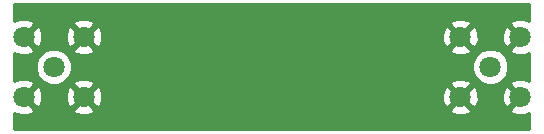
<source format=gbr>
G04 #@! TF.FileFunction,Copper,L2,Bot,Signal*
%FSLAX46Y46*%
G04 Gerber Fmt 4.6, Leading zero omitted, Abs format (unit mm)*
G04 Created by KiCad (PCBNEW 4.0.2-stable) date Mon Jul  4 17:55:20 2016*
%MOMM*%
G01*
G04 APERTURE LIST*
%ADD10C,0.100000*%
%ADD11C,1.800000*%
%ADD12C,0.600000*%
%ADD13C,0.254000*%
G04 APERTURE END LIST*
D10*
D11*
X135040000Y-105003600D03*
X132500000Y-107543600D03*
X132500000Y-102463600D03*
X137580000Y-102463600D03*
X137580000Y-107543600D03*
X172000000Y-105000000D03*
X174540000Y-102460000D03*
X174540000Y-107540000D03*
X169460000Y-107540000D03*
X169460000Y-102460000D03*
D12*
X152000000Y-102000000D03*
X157000000Y-102000000D03*
X155090000Y-104090000D03*
X155000000Y-110000000D03*
X153000000Y-110000000D03*
X153000000Y-108000000D03*
X141000000Y-108000000D03*
X147000000Y-108000000D03*
X151000000Y-108000000D03*
X156910000Y-104090000D03*
X161000000Y-108000000D03*
X167000000Y-108000000D03*
D13*
G36*
X175290000Y-101099888D02*
X174780664Y-100913542D01*
X174170540Y-100939161D01*
X173725852Y-101123357D01*
X173639446Y-101379841D01*
X174540000Y-102280395D01*
X174554143Y-102266253D01*
X174733748Y-102445858D01*
X174719605Y-102460000D01*
X174733748Y-102474143D01*
X174554143Y-102653748D01*
X174540000Y-102639605D01*
X173639446Y-103540159D01*
X173725852Y-103796643D01*
X174299336Y-104006458D01*
X174909460Y-103980839D01*
X175290000Y-103823214D01*
X175290000Y-106179888D01*
X174780664Y-105993542D01*
X174170540Y-106019161D01*
X173725852Y-106203357D01*
X173639446Y-106459841D01*
X174540000Y-107360395D01*
X174554143Y-107346253D01*
X174733748Y-107525858D01*
X174719605Y-107540000D01*
X174733748Y-107554143D01*
X174554143Y-107733748D01*
X174540000Y-107719605D01*
X173639446Y-108620159D01*
X173725852Y-108876643D01*
X174299336Y-109086458D01*
X174909460Y-109060839D01*
X175290000Y-108903214D01*
X175290000Y-110290000D01*
X131710000Y-110290000D01*
X131710000Y-108889078D01*
X132259336Y-109090058D01*
X132869460Y-109064439D01*
X133314148Y-108880243D01*
X133400554Y-108623759D01*
X136679446Y-108623759D01*
X136765852Y-108880243D01*
X137339336Y-109090058D01*
X137949460Y-109064439D01*
X138394148Y-108880243D01*
X138480554Y-108623759D01*
X138476954Y-108620159D01*
X168559446Y-108620159D01*
X168645852Y-108876643D01*
X169219336Y-109086458D01*
X169829460Y-109060839D01*
X170274148Y-108876643D01*
X170360554Y-108620159D01*
X169460000Y-107719605D01*
X168559446Y-108620159D01*
X138476954Y-108620159D01*
X137580000Y-107723205D01*
X136679446Y-108623759D01*
X133400554Y-108623759D01*
X132500000Y-107723205D01*
X132485858Y-107737348D01*
X132306253Y-107557743D01*
X132320395Y-107543600D01*
X132679605Y-107543600D01*
X133580159Y-108444154D01*
X133836643Y-108357748D01*
X134046458Y-107784264D01*
X134026248Y-107302936D01*
X136033542Y-107302936D01*
X136059161Y-107913060D01*
X136243357Y-108357748D01*
X136499841Y-108444154D01*
X137400395Y-107543600D01*
X137759605Y-107543600D01*
X138660159Y-108444154D01*
X138916643Y-108357748D01*
X139126458Y-107784264D01*
X139106096Y-107299336D01*
X167913542Y-107299336D01*
X167939161Y-107909460D01*
X168123357Y-108354148D01*
X168379841Y-108440554D01*
X169280395Y-107540000D01*
X169639605Y-107540000D01*
X170540159Y-108440554D01*
X170796643Y-108354148D01*
X171006458Y-107780664D01*
X170986248Y-107299336D01*
X172993542Y-107299336D01*
X173019161Y-107909460D01*
X173203357Y-108354148D01*
X173459841Y-108440554D01*
X174360395Y-107540000D01*
X173459841Y-106639446D01*
X173203357Y-106725852D01*
X172993542Y-107299336D01*
X170986248Y-107299336D01*
X170980839Y-107170540D01*
X170796643Y-106725852D01*
X170540159Y-106639446D01*
X169639605Y-107540000D01*
X169280395Y-107540000D01*
X168379841Y-106639446D01*
X168123357Y-106725852D01*
X167913542Y-107299336D01*
X139106096Y-107299336D01*
X139100839Y-107174140D01*
X138916643Y-106729452D01*
X138660159Y-106643046D01*
X137759605Y-107543600D01*
X137400395Y-107543600D01*
X136499841Y-106643046D01*
X136243357Y-106729452D01*
X136033542Y-107302936D01*
X134026248Y-107302936D01*
X134020839Y-107174140D01*
X133836643Y-106729452D01*
X133580159Y-106643046D01*
X132679605Y-107543600D01*
X132320395Y-107543600D01*
X132306253Y-107529458D01*
X132485858Y-107349853D01*
X132500000Y-107363995D01*
X133400554Y-106463441D01*
X133314148Y-106206957D01*
X132740664Y-105997142D01*
X132130540Y-106022761D01*
X131710000Y-106196955D01*
X131710000Y-105307591D01*
X133504735Y-105307591D01*
X133737932Y-105871971D01*
X134169357Y-106304151D01*
X134733330Y-106538333D01*
X135343991Y-106538865D01*
X135526531Y-106463441D01*
X136679446Y-106463441D01*
X137580000Y-107363995D01*
X138480554Y-106463441D01*
X138479342Y-106459841D01*
X168559446Y-106459841D01*
X169460000Y-107360395D01*
X170360554Y-106459841D01*
X170274148Y-106203357D01*
X169700664Y-105993542D01*
X169090540Y-106019161D01*
X168645852Y-106203357D01*
X168559446Y-106459841D01*
X138479342Y-106459841D01*
X138394148Y-106206957D01*
X137820664Y-105997142D01*
X137210540Y-106022761D01*
X136765852Y-106206957D01*
X136679446Y-106463441D01*
X135526531Y-106463441D01*
X135908371Y-106305668D01*
X136340551Y-105874243D01*
X136574733Y-105310270D01*
X136574738Y-105303991D01*
X170464735Y-105303991D01*
X170697932Y-105868371D01*
X171129357Y-106300551D01*
X171693330Y-106534733D01*
X172303991Y-106535265D01*
X172868371Y-106302068D01*
X173300551Y-105870643D01*
X173534733Y-105306670D01*
X173535265Y-104696009D01*
X173302068Y-104131629D01*
X172870643Y-103699449D01*
X172306670Y-103465267D01*
X171696009Y-103464735D01*
X171131629Y-103697932D01*
X170699449Y-104129357D01*
X170465267Y-104693330D01*
X170464735Y-105303991D01*
X136574738Y-105303991D01*
X136575265Y-104699609D01*
X136342068Y-104135229D01*
X135910643Y-103703049D01*
X135527031Y-103543759D01*
X136679446Y-103543759D01*
X136765852Y-103800243D01*
X137339336Y-104010058D01*
X137949460Y-103984439D01*
X138394148Y-103800243D01*
X138480554Y-103543759D01*
X138476954Y-103540159D01*
X168559446Y-103540159D01*
X168645852Y-103796643D01*
X169219336Y-104006458D01*
X169829460Y-103980839D01*
X170274148Y-103796643D01*
X170360554Y-103540159D01*
X169460000Y-102639605D01*
X168559446Y-103540159D01*
X138476954Y-103540159D01*
X137580000Y-102643205D01*
X136679446Y-103543759D01*
X135527031Y-103543759D01*
X135346670Y-103468867D01*
X134736009Y-103468335D01*
X134171629Y-103701532D01*
X133739449Y-104132957D01*
X133505267Y-104696930D01*
X133504735Y-105307591D01*
X131710000Y-105307591D01*
X131710000Y-103809078D01*
X132259336Y-104010058D01*
X132869460Y-103984439D01*
X133314148Y-103800243D01*
X133400554Y-103543759D01*
X132500000Y-102643205D01*
X132485858Y-102657348D01*
X132306253Y-102477743D01*
X132320395Y-102463600D01*
X132679605Y-102463600D01*
X133580159Y-103364154D01*
X133836643Y-103277748D01*
X134046458Y-102704264D01*
X134026248Y-102222936D01*
X136033542Y-102222936D01*
X136059161Y-102833060D01*
X136243357Y-103277748D01*
X136499841Y-103364154D01*
X137400395Y-102463600D01*
X137759605Y-102463600D01*
X138660159Y-103364154D01*
X138916643Y-103277748D01*
X139126458Y-102704264D01*
X139106096Y-102219336D01*
X167913542Y-102219336D01*
X167939161Y-102829460D01*
X168123357Y-103274148D01*
X168379841Y-103360554D01*
X169280395Y-102460000D01*
X169639605Y-102460000D01*
X170540159Y-103360554D01*
X170796643Y-103274148D01*
X171006458Y-102700664D01*
X170986248Y-102219336D01*
X172993542Y-102219336D01*
X173019161Y-102829460D01*
X173203357Y-103274148D01*
X173459841Y-103360554D01*
X174360395Y-102460000D01*
X173459841Y-101559446D01*
X173203357Y-101645852D01*
X172993542Y-102219336D01*
X170986248Y-102219336D01*
X170980839Y-102090540D01*
X170796643Y-101645852D01*
X170540159Y-101559446D01*
X169639605Y-102460000D01*
X169280395Y-102460000D01*
X168379841Y-101559446D01*
X168123357Y-101645852D01*
X167913542Y-102219336D01*
X139106096Y-102219336D01*
X139100839Y-102094140D01*
X138916643Y-101649452D01*
X138660159Y-101563046D01*
X137759605Y-102463600D01*
X137400395Y-102463600D01*
X136499841Y-101563046D01*
X136243357Y-101649452D01*
X136033542Y-102222936D01*
X134026248Y-102222936D01*
X134020839Y-102094140D01*
X133836643Y-101649452D01*
X133580159Y-101563046D01*
X132679605Y-102463600D01*
X132320395Y-102463600D01*
X132306253Y-102449458D01*
X132485858Y-102269853D01*
X132500000Y-102283995D01*
X133400554Y-101383441D01*
X136679446Y-101383441D01*
X137580000Y-102283995D01*
X138480554Y-101383441D01*
X138479342Y-101379841D01*
X168559446Y-101379841D01*
X169460000Y-102280395D01*
X170360554Y-101379841D01*
X170274148Y-101123357D01*
X169700664Y-100913542D01*
X169090540Y-100939161D01*
X168645852Y-101123357D01*
X168559446Y-101379841D01*
X138479342Y-101379841D01*
X138394148Y-101126957D01*
X137820664Y-100917142D01*
X137210540Y-100942761D01*
X136765852Y-101126957D01*
X136679446Y-101383441D01*
X133400554Y-101383441D01*
X133314148Y-101126957D01*
X132740664Y-100917142D01*
X132130540Y-100942761D01*
X131710000Y-101116955D01*
X131710000Y-99710000D01*
X175290000Y-99710000D01*
X175290000Y-101099888D01*
X175290000Y-101099888D01*
G37*
X175290000Y-101099888D02*
X174780664Y-100913542D01*
X174170540Y-100939161D01*
X173725852Y-101123357D01*
X173639446Y-101379841D01*
X174540000Y-102280395D01*
X174554143Y-102266253D01*
X174733748Y-102445858D01*
X174719605Y-102460000D01*
X174733748Y-102474143D01*
X174554143Y-102653748D01*
X174540000Y-102639605D01*
X173639446Y-103540159D01*
X173725852Y-103796643D01*
X174299336Y-104006458D01*
X174909460Y-103980839D01*
X175290000Y-103823214D01*
X175290000Y-106179888D01*
X174780664Y-105993542D01*
X174170540Y-106019161D01*
X173725852Y-106203357D01*
X173639446Y-106459841D01*
X174540000Y-107360395D01*
X174554143Y-107346253D01*
X174733748Y-107525858D01*
X174719605Y-107540000D01*
X174733748Y-107554143D01*
X174554143Y-107733748D01*
X174540000Y-107719605D01*
X173639446Y-108620159D01*
X173725852Y-108876643D01*
X174299336Y-109086458D01*
X174909460Y-109060839D01*
X175290000Y-108903214D01*
X175290000Y-110290000D01*
X131710000Y-110290000D01*
X131710000Y-108889078D01*
X132259336Y-109090058D01*
X132869460Y-109064439D01*
X133314148Y-108880243D01*
X133400554Y-108623759D01*
X136679446Y-108623759D01*
X136765852Y-108880243D01*
X137339336Y-109090058D01*
X137949460Y-109064439D01*
X138394148Y-108880243D01*
X138480554Y-108623759D01*
X138476954Y-108620159D01*
X168559446Y-108620159D01*
X168645852Y-108876643D01*
X169219336Y-109086458D01*
X169829460Y-109060839D01*
X170274148Y-108876643D01*
X170360554Y-108620159D01*
X169460000Y-107719605D01*
X168559446Y-108620159D01*
X138476954Y-108620159D01*
X137580000Y-107723205D01*
X136679446Y-108623759D01*
X133400554Y-108623759D01*
X132500000Y-107723205D01*
X132485858Y-107737348D01*
X132306253Y-107557743D01*
X132320395Y-107543600D01*
X132679605Y-107543600D01*
X133580159Y-108444154D01*
X133836643Y-108357748D01*
X134046458Y-107784264D01*
X134026248Y-107302936D01*
X136033542Y-107302936D01*
X136059161Y-107913060D01*
X136243357Y-108357748D01*
X136499841Y-108444154D01*
X137400395Y-107543600D01*
X137759605Y-107543600D01*
X138660159Y-108444154D01*
X138916643Y-108357748D01*
X139126458Y-107784264D01*
X139106096Y-107299336D01*
X167913542Y-107299336D01*
X167939161Y-107909460D01*
X168123357Y-108354148D01*
X168379841Y-108440554D01*
X169280395Y-107540000D01*
X169639605Y-107540000D01*
X170540159Y-108440554D01*
X170796643Y-108354148D01*
X171006458Y-107780664D01*
X170986248Y-107299336D01*
X172993542Y-107299336D01*
X173019161Y-107909460D01*
X173203357Y-108354148D01*
X173459841Y-108440554D01*
X174360395Y-107540000D01*
X173459841Y-106639446D01*
X173203357Y-106725852D01*
X172993542Y-107299336D01*
X170986248Y-107299336D01*
X170980839Y-107170540D01*
X170796643Y-106725852D01*
X170540159Y-106639446D01*
X169639605Y-107540000D01*
X169280395Y-107540000D01*
X168379841Y-106639446D01*
X168123357Y-106725852D01*
X167913542Y-107299336D01*
X139106096Y-107299336D01*
X139100839Y-107174140D01*
X138916643Y-106729452D01*
X138660159Y-106643046D01*
X137759605Y-107543600D01*
X137400395Y-107543600D01*
X136499841Y-106643046D01*
X136243357Y-106729452D01*
X136033542Y-107302936D01*
X134026248Y-107302936D01*
X134020839Y-107174140D01*
X133836643Y-106729452D01*
X133580159Y-106643046D01*
X132679605Y-107543600D01*
X132320395Y-107543600D01*
X132306253Y-107529458D01*
X132485858Y-107349853D01*
X132500000Y-107363995D01*
X133400554Y-106463441D01*
X133314148Y-106206957D01*
X132740664Y-105997142D01*
X132130540Y-106022761D01*
X131710000Y-106196955D01*
X131710000Y-105307591D01*
X133504735Y-105307591D01*
X133737932Y-105871971D01*
X134169357Y-106304151D01*
X134733330Y-106538333D01*
X135343991Y-106538865D01*
X135526531Y-106463441D01*
X136679446Y-106463441D01*
X137580000Y-107363995D01*
X138480554Y-106463441D01*
X138479342Y-106459841D01*
X168559446Y-106459841D01*
X169460000Y-107360395D01*
X170360554Y-106459841D01*
X170274148Y-106203357D01*
X169700664Y-105993542D01*
X169090540Y-106019161D01*
X168645852Y-106203357D01*
X168559446Y-106459841D01*
X138479342Y-106459841D01*
X138394148Y-106206957D01*
X137820664Y-105997142D01*
X137210540Y-106022761D01*
X136765852Y-106206957D01*
X136679446Y-106463441D01*
X135526531Y-106463441D01*
X135908371Y-106305668D01*
X136340551Y-105874243D01*
X136574733Y-105310270D01*
X136574738Y-105303991D01*
X170464735Y-105303991D01*
X170697932Y-105868371D01*
X171129357Y-106300551D01*
X171693330Y-106534733D01*
X172303991Y-106535265D01*
X172868371Y-106302068D01*
X173300551Y-105870643D01*
X173534733Y-105306670D01*
X173535265Y-104696009D01*
X173302068Y-104131629D01*
X172870643Y-103699449D01*
X172306670Y-103465267D01*
X171696009Y-103464735D01*
X171131629Y-103697932D01*
X170699449Y-104129357D01*
X170465267Y-104693330D01*
X170464735Y-105303991D01*
X136574738Y-105303991D01*
X136575265Y-104699609D01*
X136342068Y-104135229D01*
X135910643Y-103703049D01*
X135527031Y-103543759D01*
X136679446Y-103543759D01*
X136765852Y-103800243D01*
X137339336Y-104010058D01*
X137949460Y-103984439D01*
X138394148Y-103800243D01*
X138480554Y-103543759D01*
X138476954Y-103540159D01*
X168559446Y-103540159D01*
X168645852Y-103796643D01*
X169219336Y-104006458D01*
X169829460Y-103980839D01*
X170274148Y-103796643D01*
X170360554Y-103540159D01*
X169460000Y-102639605D01*
X168559446Y-103540159D01*
X138476954Y-103540159D01*
X137580000Y-102643205D01*
X136679446Y-103543759D01*
X135527031Y-103543759D01*
X135346670Y-103468867D01*
X134736009Y-103468335D01*
X134171629Y-103701532D01*
X133739449Y-104132957D01*
X133505267Y-104696930D01*
X133504735Y-105307591D01*
X131710000Y-105307591D01*
X131710000Y-103809078D01*
X132259336Y-104010058D01*
X132869460Y-103984439D01*
X133314148Y-103800243D01*
X133400554Y-103543759D01*
X132500000Y-102643205D01*
X132485858Y-102657348D01*
X132306253Y-102477743D01*
X132320395Y-102463600D01*
X132679605Y-102463600D01*
X133580159Y-103364154D01*
X133836643Y-103277748D01*
X134046458Y-102704264D01*
X134026248Y-102222936D01*
X136033542Y-102222936D01*
X136059161Y-102833060D01*
X136243357Y-103277748D01*
X136499841Y-103364154D01*
X137400395Y-102463600D01*
X137759605Y-102463600D01*
X138660159Y-103364154D01*
X138916643Y-103277748D01*
X139126458Y-102704264D01*
X139106096Y-102219336D01*
X167913542Y-102219336D01*
X167939161Y-102829460D01*
X168123357Y-103274148D01*
X168379841Y-103360554D01*
X169280395Y-102460000D01*
X169639605Y-102460000D01*
X170540159Y-103360554D01*
X170796643Y-103274148D01*
X171006458Y-102700664D01*
X170986248Y-102219336D01*
X172993542Y-102219336D01*
X173019161Y-102829460D01*
X173203357Y-103274148D01*
X173459841Y-103360554D01*
X174360395Y-102460000D01*
X173459841Y-101559446D01*
X173203357Y-101645852D01*
X172993542Y-102219336D01*
X170986248Y-102219336D01*
X170980839Y-102090540D01*
X170796643Y-101645852D01*
X170540159Y-101559446D01*
X169639605Y-102460000D01*
X169280395Y-102460000D01*
X168379841Y-101559446D01*
X168123357Y-101645852D01*
X167913542Y-102219336D01*
X139106096Y-102219336D01*
X139100839Y-102094140D01*
X138916643Y-101649452D01*
X138660159Y-101563046D01*
X137759605Y-102463600D01*
X137400395Y-102463600D01*
X136499841Y-101563046D01*
X136243357Y-101649452D01*
X136033542Y-102222936D01*
X134026248Y-102222936D01*
X134020839Y-102094140D01*
X133836643Y-101649452D01*
X133580159Y-101563046D01*
X132679605Y-102463600D01*
X132320395Y-102463600D01*
X132306253Y-102449458D01*
X132485858Y-102269853D01*
X132500000Y-102283995D01*
X133400554Y-101383441D01*
X136679446Y-101383441D01*
X137580000Y-102283995D01*
X138480554Y-101383441D01*
X138479342Y-101379841D01*
X168559446Y-101379841D01*
X169460000Y-102280395D01*
X170360554Y-101379841D01*
X170274148Y-101123357D01*
X169700664Y-100913542D01*
X169090540Y-100939161D01*
X168645852Y-101123357D01*
X168559446Y-101379841D01*
X138479342Y-101379841D01*
X138394148Y-101126957D01*
X137820664Y-100917142D01*
X137210540Y-100942761D01*
X136765852Y-101126957D01*
X136679446Y-101383441D01*
X133400554Y-101383441D01*
X133314148Y-101126957D01*
X132740664Y-100917142D01*
X132130540Y-100942761D01*
X131710000Y-101116955D01*
X131710000Y-99710000D01*
X175290000Y-99710000D01*
X175290000Y-101099888D01*
M02*

</source>
